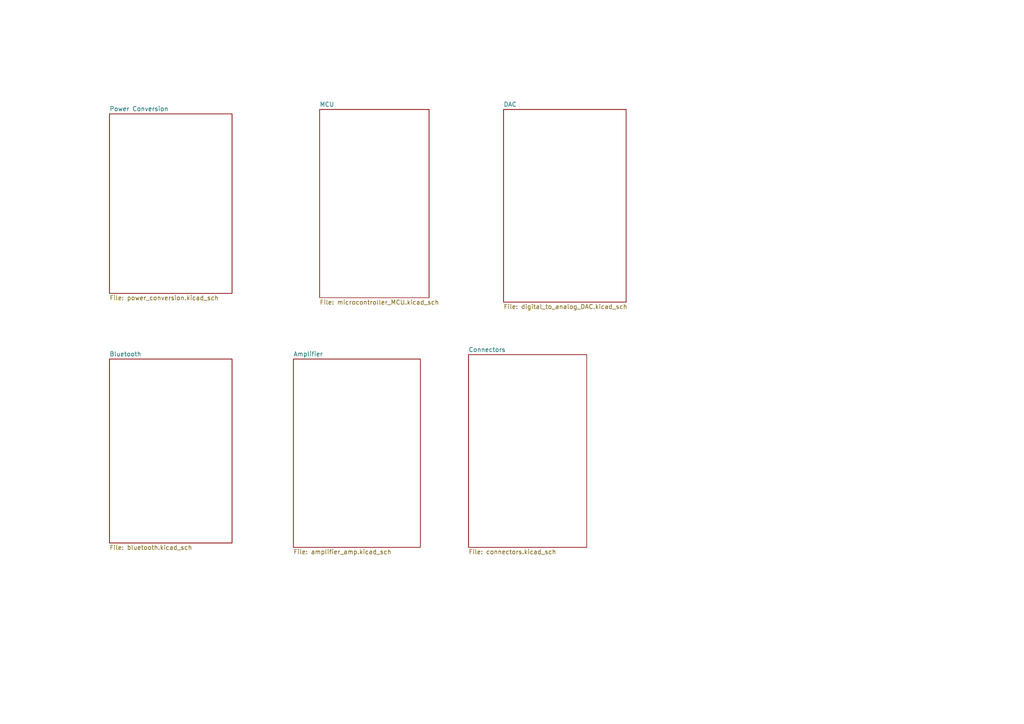
<source format=kicad_sch>
(kicad_sch
	(version 20231120)
	(generator "eeschema")
	(generator_version "8.0")
	(uuid "4d2291af-ba5f-4125-9b43-741823f4a2c8")
	(paper "A4")
	(lib_symbols)
	(sheet
		(at 31.75 104.14)
		(size 35.56 53.34)
		(fields_autoplaced yes)
		(stroke
			(width 0.1524)
			(type solid)
		)
		(fill
			(color 0 0 0 0.0000)
		)
		(uuid "212613e9-d261-4a16-831f-d4c6555a5687")
		(property "Sheetname" "Bluetooth"
			(at 31.75 103.4284 0)
			(effects
				(font
					(size 1.27 1.27)
				)
				(justify left bottom)
			)
		)
		(property "Sheetfile" "bluetooth.kicad_sch"
			(at 31.75 158.0646 0)
			(effects
				(font
					(size 1.27 1.27)
				)
				(justify left top)
			)
		)
		(instances
			(project "speaker-board"
				(path "/4d2291af-ba5f-4125-9b43-741823f4a2c8"
					(page "5")
				)
			)
		)
	)
	(sheet
		(at 135.89 102.87)
		(size 34.29 55.88)
		(fields_autoplaced yes)
		(stroke
			(width 0.1524)
			(type solid)
		)
		(fill
			(color 0 0 0 0.0000)
		)
		(uuid "3e1ea607-f5fc-4c19-bf1d-3fd31df2bc8f")
		(property "Sheetname" "Connectors"
			(at 135.89 102.1584 0)
			(effects
				(font
					(size 1.27 1.27)
				)
				(justify left bottom)
			)
		)
		(property "Sheetfile" "connectors.kicad_sch"
			(at 135.89 159.3346 0)
			(effects
				(font
					(size 1.27 1.27)
				)
				(justify left top)
			)
		)
		(instances
			(project "speaker-board"
				(path "/4d2291af-ba5f-4125-9b43-741823f4a2c8"
					(page "7")
				)
			)
		)
	)
	(sheet
		(at 85.09 104.14)
		(size 36.83 54.61)
		(fields_autoplaced yes)
		(stroke
			(width 0.1524)
			(type solid)
		)
		(fill
			(color 0 0 0 0.0000)
		)
		(uuid "4cea765e-9e6a-41dd-8347-f6b99703dfc7")
		(property "Sheetname" "Amplifier"
			(at 85.09 103.4284 0)
			(effects
				(font
					(size 1.27 1.27)
				)
				(justify left bottom)
			)
		)
		(property "Sheetfile" "amplifier_amp.kicad_sch"
			(at 85.09 159.3346 0)
			(effects
				(font
					(size 1.27 1.27)
				)
				(justify left top)
			)
		)
		(instances
			(project "speaker-board"
				(path "/4d2291af-ba5f-4125-9b43-741823f4a2c8"
					(page "6")
				)
			)
		)
	)
	(sheet
		(at 92.71 31.75)
		(size 31.75 54.61)
		(fields_autoplaced yes)
		(stroke
			(width 0.1524)
			(type solid)
		)
		(fill
			(color 0 0 0 0.0000)
		)
		(uuid "6e844476-8015-4906-a9ea-5a55ac71f5cd")
		(property "Sheetname" "MCU"
			(at 92.71 31.0384 0)
			(effects
				(font
					(size 1.27 1.27)
				)
				(justify left bottom)
			)
		)
		(property "Sheetfile" "microcontroller_MCU.kicad_sch"
			(at 92.71 86.9446 0)
			(effects
				(font
					(size 1.27 1.27)
				)
				(justify left top)
			)
		)
		(instances
			(project "speaker-board"
				(path "/4d2291af-ba5f-4125-9b43-741823f4a2c8"
					(page "3")
				)
			)
		)
	)
	(sheet
		(at 31.75 33.02)
		(size 35.56 52.07)
		(fields_autoplaced yes)
		(stroke
			(width 0.1524)
			(type solid)
		)
		(fill
			(color 0 0 0 0.0000)
		)
		(uuid "806dbcd1-a854-4562-bc01-192d9bfa60c5")
		(property "Sheetname" "Power Conversion"
			(at 31.75 32.3084 0)
			(effects
				(font
					(size 1.27 1.27)
				)
				(justify left bottom)
			)
		)
		(property "Sheetfile" "power_conversion.kicad_sch"
			(at 31.75 85.6746 0)
			(effects
				(font
					(size 1.27 1.27)
				)
				(justify left top)
			)
		)
		(instances
			(project "speaker-board"
				(path "/4d2291af-ba5f-4125-9b43-741823f4a2c8"
					(page "2")
				)
			)
		)
	)
	(sheet
		(at 146.05 31.75)
		(size 35.56 55.88)
		(fields_autoplaced yes)
		(stroke
			(width 0.1524)
			(type solid)
		)
		(fill
			(color 0 0 0 0.0000)
		)
		(uuid "a73a0563-b09a-4b94-97fb-9267a941e6a2")
		(property "Sheetname" "DAC"
			(at 146.05 31.0384 0)
			(effects
				(font
					(size 1.27 1.27)
				)
				(justify left bottom)
			)
		)
		(property "Sheetfile" "digital_to_analog_DAC.kicad_sch"
			(at 146.05 88.2146 0)
			(effects
				(font
					(size 1.27 1.27)
				)
				(justify left top)
			)
		)
		(instances
			(project "speaker-board"
				(path "/4d2291af-ba5f-4125-9b43-741823f4a2c8"
					(page "4")
				)
			)
		)
	)
	(sheet_instances
		(path "/"
			(page "1")
		)
	)
)

</source>
